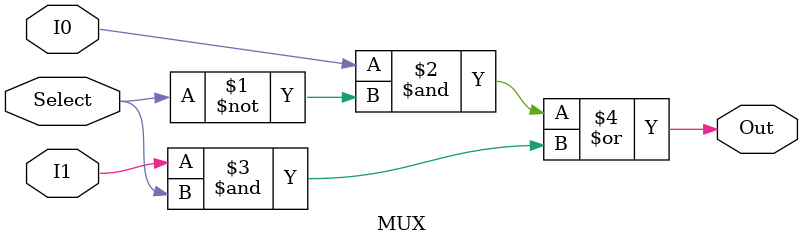
<source format=v>
module MUX
(
	input I0,
	input I1,
	input Select,
	output Out
);

assign Out = (I0 & ~Select) | (I1 & Select);
endmodule

</source>
